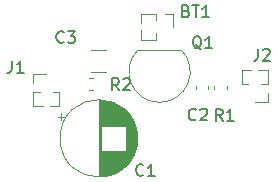
<source format=gbr>
G04 #@! TF.GenerationSoftware,KiCad,Pcbnew,(5.1.4)-1*
G04 #@! TF.CreationDate,2020-05-05T22:33:11+03:00*
G04 #@! TF.ProjectId,Single_Transitor_Amp,53696e67-6c65-45f5-9472-616e7369746f,V1.0*
G04 #@! TF.SameCoordinates,Original*
G04 #@! TF.FileFunction,Legend,Top*
G04 #@! TF.FilePolarity,Positive*
%FSLAX46Y46*%
G04 Gerber Fmt 4.6, Leading zero omitted, Abs format (unit mm)*
G04 Created by KiCad (PCBNEW (5.1.4)-1) date 2020-05-05 22:33:11*
%MOMM*%
%LPD*%
G04 APERTURE LIST*
%ADD10C,0.120000*%
%ADD11C,0.150000*%
G04 APERTURE END LIST*
D10*
X104494759Y-111796000D02*
X104494759Y-112426000D01*
X104179759Y-112111000D02*
X104809759Y-112111000D01*
X110921000Y-113548000D02*
X110921000Y-114352000D01*
X110881000Y-113317000D02*
X110881000Y-114583000D01*
X110841000Y-113148000D02*
X110841000Y-114752000D01*
X110801000Y-113010000D02*
X110801000Y-114890000D01*
X110761000Y-112891000D02*
X110761000Y-115009000D01*
X110721000Y-112785000D02*
X110721000Y-115115000D01*
X110681000Y-112688000D02*
X110681000Y-115212000D01*
X110641000Y-112600000D02*
X110641000Y-115300000D01*
X110601000Y-112518000D02*
X110601000Y-115382000D01*
X110561000Y-112441000D02*
X110561000Y-115459000D01*
X110521000Y-112369000D02*
X110521000Y-115531000D01*
X110481000Y-112300000D02*
X110481000Y-115600000D01*
X110441000Y-112236000D02*
X110441000Y-115664000D01*
X110401000Y-112174000D02*
X110401000Y-115726000D01*
X110361000Y-112116000D02*
X110361000Y-115784000D01*
X110321000Y-112060000D02*
X110321000Y-115840000D01*
X110281000Y-112006000D02*
X110281000Y-115894000D01*
X110241000Y-111955000D02*
X110241000Y-115945000D01*
X110201000Y-111906000D02*
X110201000Y-115994000D01*
X110161000Y-111858000D02*
X110161000Y-116042000D01*
X110121000Y-111813000D02*
X110121000Y-116087000D01*
X110081000Y-111768000D02*
X110081000Y-116132000D01*
X110041000Y-111726000D02*
X110041000Y-116174000D01*
X110001000Y-111685000D02*
X110001000Y-116215000D01*
X109961000Y-114990000D02*
X109961000Y-116255000D01*
X109961000Y-111645000D02*
X109961000Y-112910000D01*
X109921000Y-114990000D02*
X109921000Y-116293000D01*
X109921000Y-111607000D02*
X109921000Y-112910000D01*
X109881000Y-114990000D02*
X109881000Y-116330000D01*
X109881000Y-111570000D02*
X109881000Y-112910000D01*
X109841000Y-114990000D02*
X109841000Y-116366000D01*
X109841000Y-111534000D02*
X109841000Y-112910000D01*
X109801000Y-114990000D02*
X109801000Y-116400000D01*
X109801000Y-111500000D02*
X109801000Y-112910000D01*
X109761000Y-114990000D02*
X109761000Y-116434000D01*
X109761000Y-111466000D02*
X109761000Y-112910000D01*
X109721000Y-114990000D02*
X109721000Y-116466000D01*
X109721000Y-111434000D02*
X109721000Y-112910000D01*
X109681000Y-114990000D02*
X109681000Y-116498000D01*
X109681000Y-111402000D02*
X109681000Y-112910000D01*
X109641000Y-114990000D02*
X109641000Y-116528000D01*
X109641000Y-111372000D02*
X109641000Y-112910000D01*
X109601000Y-114990000D02*
X109601000Y-116557000D01*
X109601000Y-111343000D02*
X109601000Y-112910000D01*
X109561000Y-114990000D02*
X109561000Y-116586000D01*
X109561000Y-111314000D02*
X109561000Y-112910000D01*
X109521000Y-114990000D02*
X109521000Y-116614000D01*
X109521000Y-111286000D02*
X109521000Y-112910000D01*
X109481000Y-114990000D02*
X109481000Y-116640000D01*
X109481000Y-111260000D02*
X109481000Y-112910000D01*
X109441000Y-114990000D02*
X109441000Y-116666000D01*
X109441000Y-111234000D02*
X109441000Y-112910000D01*
X109401000Y-114990000D02*
X109401000Y-116692000D01*
X109401000Y-111208000D02*
X109401000Y-112910000D01*
X109361000Y-114990000D02*
X109361000Y-116716000D01*
X109361000Y-111184000D02*
X109361000Y-112910000D01*
X109321000Y-114990000D02*
X109321000Y-116740000D01*
X109321000Y-111160000D02*
X109321000Y-112910000D01*
X109281000Y-114990000D02*
X109281000Y-116762000D01*
X109281000Y-111138000D02*
X109281000Y-112910000D01*
X109241000Y-114990000D02*
X109241000Y-116784000D01*
X109241000Y-111116000D02*
X109241000Y-112910000D01*
X109201000Y-114990000D02*
X109201000Y-116806000D01*
X109201000Y-111094000D02*
X109201000Y-112910000D01*
X109161000Y-114990000D02*
X109161000Y-116826000D01*
X109161000Y-111074000D02*
X109161000Y-112910000D01*
X109121000Y-114990000D02*
X109121000Y-116846000D01*
X109121000Y-111054000D02*
X109121000Y-112910000D01*
X109081000Y-114990000D02*
X109081000Y-116866000D01*
X109081000Y-111034000D02*
X109081000Y-112910000D01*
X109041000Y-114990000D02*
X109041000Y-116884000D01*
X109041000Y-111016000D02*
X109041000Y-112910000D01*
X109001000Y-114990000D02*
X109001000Y-116902000D01*
X109001000Y-110998000D02*
X109001000Y-112910000D01*
X108961000Y-114990000D02*
X108961000Y-116920000D01*
X108961000Y-110980000D02*
X108961000Y-112910000D01*
X108921000Y-114990000D02*
X108921000Y-116936000D01*
X108921000Y-110964000D02*
X108921000Y-112910000D01*
X108881000Y-114990000D02*
X108881000Y-116952000D01*
X108881000Y-110948000D02*
X108881000Y-112910000D01*
X108841000Y-114990000D02*
X108841000Y-116968000D01*
X108841000Y-110932000D02*
X108841000Y-112910000D01*
X108801000Y-114990000D02*
X108801000Y-116983000D01*
X108801000Y-110917000D02*
X108801000Y-112910000D01*
X108761000Y-114990000D02*
X108761000Y-116997000D01*
X108761000Y-110903000D02*
X108761000Y-112910000D01*
X108721000Y-114990000D02*
X108721000Y-117011000D01*
X108721000Y-110889000D02*
X108721000Y-112910000D01*
X108681000Y-114990000D02*
X108681000Y-117024000D01*
X108681000Y-110876000D02*
X108681000Y-112910000D01*
X108641000Y-114990000D02*
X108641000Y-117036000D01*
X108641000Y-110864000D02*
X108641000Y-112910000D01*
X108601000Y-114990000D02*
X108601000Y-117048000D01*
X108601000Y-110852000D02*
X108601000Y-112910000D01*
X108561000Y-114990000D02*
X108561000Y-117060000D01*
X108561000Y-110840000D02*
X108561000Y-112910000D01*
X108521000Y-114990000D02*
X108521000Y-117071000D01*
X108521000Y-110829000D02*
X108521000Y-112910000D01*
X108481000Y-114990000D02*
X108481000Y-117081000D01*
X108481000Y-110819000D02*
X108481000Y-112910000D01*
X108441000Y-114990000D02*
X108441000Y-117091000D01*
X108441000Y-110809000D02*
X108441000Y-112910000D01*
X108401000Y-114990000D02*
X108401000Y-117100000D01*
X108401000Y-110800000D02*
X108401000Y-112910000D01*
X108360000Y-114990000D02*
X108360000Y-117109000D01*
X108360000Y-110791000D02*
X108360000Y-112910000D01*
X108320000Y-114990000D02*
X108320000Y-117117000D01*
X108320000Y-110783000D02*
X108320000Y-112910000D01*
X108280000Y-114990000D02*
X108280000Y-117125000D01*
X108280000Y-110775000D02*
X108280000Y-112910000D01*
X108240000Y-114990000D02*
X108240000Y-117132000D01*
X108240000Y-110768000D02*
X108240000Y-112910000D01*
X108200000Y-114990000D02*
X108200000Y-117139000D01*
X108200000Y-110761000D02*
X108200000Y-112910000D01*
X108160000Y-114990000D02*
X108160000Y-117145000D01*
X108160000Y-110755000D02*
X108160000Y-112910000D01*
X108120000Y-114990000D02*
X108120000Y-117151000D01*
X108120000Y-110749000D02*
X108120000Y-112910000D01*
X108080000Y-114990000D02*
X108080000Y-117156000D01*
X108080000Y-110744000D02*
X108080000Y-112910000D01*
X108040000Y-114990000D02*
X108040000Y-117161000D01*
X108040000Y-110739000D02*
X108040000Y-112910000D01*
X108000000Y-114990000D02*
X108000000Y-117165000D01*
X108000000Y-110735000D02*
X108000000Y-112910000D01*
X107960000Y-114990000D02*
X107960000Y-117168000D01*
X107960000Y-110732000D02*
X107960000Y-112910000D01*
X107920000Y-114990000D02*
X107920000Y-117172000D01*
X107920000Y-110728000D02*
X107920000Y-112910000D01*
X107880000Y-110726000D02*
X107880000Y-117174000D01*
X107840000Y-110723000D02*
X107840000Y-117177000D01*
X107800000Y-110722000D02*
X107800000Y-117178000D01*
X107760000Y-110720000D02*
X107760000Y-117180000D01*
X107720000Y-110720000D02*
X107720000Y-117180000D01*
X107680000Y-110720000D02*
X107680000Y-117180000D01*
X110950000Y-113950000D02*
G75*
G03X110950000Y-113950000I-3270000J0D01*
G01*
X118490000Y-109487221D02*
X118490000Y-109812779D01*
X117470000Y-109487221D02*
X117470000Y-109812779D01*
X121990000Y-108165000D02*
X121187530Y-108165000D01*
X120572470Y-108165000D02*
X119770000Y-108165000D01*
X121990000Y-109370000D02*
X121990000Y-108165000D01*
X119770000Y-109370000D02*
X119770000Y-108165000D01*
X121990000Y-109370000D02*
X121443471Y-109370000D01*
X120316529Y-109370000D02*
X119770000Y-109370000D01*
X121990000Y-110130000D02*
X121990000Y-110890000D01*
X121990000Y-110890000D02*
X120880000Y-110890000D01*
X115900000Y-109487221D02*
X115900000Y-109812779D01*
X116920000Y-109487221D02*
X116920000Y-109812779D01*
X108252064Y-106480000D02*
X107047936Y-106480000D01*
X108252064Y-108300000D02*
X107047936Y-108300000D01*
X107212779Y-108860000D02*
X106887221Y-108860000D01*
X107212779Y-109880000D02*
X106887221Y-109880000D01*
X102110000Y-108520000D02*
X103220000Y-108520000D01*
X102110000Y-109280000D02*
X102110000Y-108520000D01*
X103783471Y-110040000D02*
X104330000Y-110040000D01*
X102110000Y-110040000D02*
X102656529Y-110040000D01*
X104330000Y-110040000D02*
X104330000Y-111245000D01*
X102110000Y-110040000D02*
X102110000Y-111245000D01*
X103527530Y-111245000D02*
X104330000Y-111245000D01*
X102110000Y-111245000D02*
X102912470Y-111245000D01*
X110981522Y-106461522D02*
G75*
G03X112820000Y-110900000I1838478J-1838478D01*
G01*
X114658478Y-106461522D02*
G75*
G02X112820000Y-110900000I-1838478J-1838478D01*
G01*
X114620000Y-106450000D02*
X111020000Y-106450000D01*
X114000000Y-103390000D02*
X114000000Y-104500000D01*
X113240000Y-103390000D02*
X114000000Y-103390000D01*
X112480000Y-105063471D02*
X112480000Y-105610000D01*
X112480000Y-103390000D02*
X112480000Y-103936529D01*
X112480000Y-105610000D02*
X111275000Y-105610000D01*
X112480000Y-103390000D02*
X111275000Y-103390000D01*
X111275000Y-104807530D02*
X111275000Y-105610000D01*
X111275000Y-103390000D02*
X111275000Y-104192470D01*
D11*
X111453333Y-117047142D02*
X111405714Y-117094761D01*
X111262857Y-117142380D01*
X111167619Y-117142380D01*
X111024761Y-117094761D01*
X110929523Y-116999523D01*
X110881904Y-116904285D01*
X110834285Y-116713809D01*
X110834285Y-116570952D01*
X110881904Y-116380476D01*
X110929523Y-116285238D01*
X111024761Y-116190000D01*
X111167619Y-116142380D01*
X111262857Y-116142380D01*
X111405714Y-116190000D01*
X111453333Y-116237619D01*
X112405714Y-117142380D02*
X111834285Y-117142380D01*
X112120000Y-117142380D02*
X112120000Y-116142380D01*
X112024761Y-116285238D01*
X111929523Y-116380476D01*
X111834285Y-116428095D01*
X118153333Y-112462380D02*
X117820000Y-111986190D01*
X117581904Y-112462380D02*
X117581904Y-111462380D01*
X117962857Y-111462380D01*
X118058095Y-111510000D01*
X118105714Y-111557619D01*
X118153333Y-111652857D01*
X118153333Y-111795714D01*
X118105714Y-111890952D01*
X118058095Y-111938571D01*
X117962857Y-111986190D01*
X117581904Y-111986190D01*
X119105714Y-112462380D02*
X118534285Y-112462380D01*
X118820000Y-112462380D02*
X118820000Y-111462380D01*
X118724761Y-111605238D01*
X118629523Y-111700476D01*
X118534285Y-111748095D01*
X121156666Y-106372380D02*
X121156666Y-107086666D01*
X121109047Y-107229523D01*
X121013809Y-107324761D01*
X120870952Y-107372380D01*
X120775714Y-107372380D01*
X121585238Y-106467619D02*
X121632857Y-106420000D01*
X121728095Y-106372380D01*
X121966190Y-106372380D01*
X122061428Y-106420000D01*
X122109047Y-106467619D01*
X122156666Y-106562857D01*
X122156666Y-106658095D01*
X122109047Y-106800952D01*
X121537619Y-107372380D01*
X122156666Y-107372380D01*
X115893333Y-112337142D02*
X115845714Y-112384761D01*
X115702857Y-112432380D01*
X115607619Y-112432380D01*
X115464761Y-112384761D01*
X115369523Y-112289523D01*
X115321904Y-112194285D01*
X115274285Y-112003809D01*
X115274285Y-111860952D01*
X115321904Y-111670476D01*
X115369523Y-111575238D01*
X115464761Y-111480000D01*
X115607619Y-111432380D01*
X115702857Y-111432380D01*
X115845714Y-111480000D01*
X115893333Y-111527619D01*
X116274285Y-111527619D02*
X116321904Y-111480000D01*
X116417142Y-111432380D01*
X116655238Y-111432380D01*
X116750476Y-111480000D01*
X116798095Y-111527619D01*
X116845714Y-111622857D01*
X116845714Y-111718095D01*
X116798095Y-111860952D01*
X116226666Y-112432380D01*
X116845714Y-112432380D01*
X104713333Y-105787142D02*
X104665714Y-105834761D01*
X104522857Y-105882380D01*
X104427619Y-105882380D01*
X104284761Y-105834761D01*
X104189523Y-105739523D01*
X104141904Y-105644285D01*
X104094285Y-105453809D01*
X104094285Y-105310952D01*
X104141904Y-105120476D01*
X104189523Y-105025238D01*
X104284761Y-104930000D01*
X104427619Y-104882380D01*
X104522857Y-104882380D01*
X104665714Y-104930000D01*
X104713333Y-104977619D01*
X105046666Y-104882380D02*
X105665714Y-104882380D01*
X105332380Y-105263333D01*
X105475238Y-105263333D01*
X105570476Y-105310952D01*
X105618095Y-105358571D01*
X105665714Y-105453809D01*
X105665714Y-105691904D01*
X105618095Y-105787142D01*
X105570476Y-105834761D01*
X105475238Y-105882380D01*
X105189523Y-105882380D01*
X105094285Y-105834761D01*
X105046666Y-105787142D01*
X109383333Y-109872380D02*
X109050000Y-109396190D01*
X108811904Y-109872380D02*
X108811904Y-108872380D01*
X109192857Y-108872380D01*
X109288095Y-108920000D01*
X109335714Y-108967619D01*
X109383333Y-109062857D01*
X109383333Y-109205714D01*
X109335714Y-109300952D01*
X109288095Y-109348571D01*
X109192857Y-109396190D01*
X108811904Y-109396190D01*
X109764285Y-108967619D02*
X109811904Y-108920000D01*
X109907142Y-108872380D01*
X110145238Y-108872380D01*
X110240476Y-108920000D01*
X110288095Y-108967619D01*
X110335714Y-109062857D01*
X110335714Y-109158095D01*
X110288095Y-109300952D01*
X109716666Y-109872380D01*
X110335714Y-109872380D01*
X100326666Y-107392380D02*
X100326666Y-108106666D01*
X100279047Y-108249523D01*
X100183809Y-108344761D01*
X100040952Y-108392380D01*
X99945714Y-108392380D01*
X101326666Y-108392380D02*
X100755238Y-108392380D01*
X101040952Y-108392380D02*
X101040952Y-107392380D01*
X100945714Y-107535238D01*
X100850476Y-107630476D01*
X100755238Y-107678095D01*
X116364761Y-106407619D02*
X116269523Y-106360000D01*
X116174285Y-106264761D01*
X116031428Y-106121904D01*
X115936190Y-106074285D01*
X115840952Y-106074285D01*
X115888571Y-106312380D02*
X115793333Y-106264761D01*
X115698095Y-106169523D01*
X115650476Y-105979047D01*
X115650476Y-105645714D01*
X115698095Y-105455238D01*
X115793333Y-105360000D01*
X115888571Y-105312380D01*
X116079047Y-105312380D01*
X116174285Y-105360000D01*
X116269523Y-105455238D01*
X116317142Y-105645714D01*
X116317142Y-105979047D01*
X116269523Y-106169523D01*
X116174285Y-106264761D01*
X116079047Y-106312380D01*
X115888571Y-106312380D01*
X117269523Y-106312380D02*
X116698095Y-106312380D01*
X116983809Y-106312380D02*
X116983809Y-105312380D01*
X116888571Y-105455238D01*
X116793333Y-105550476D01*
X116698095Y-105598095D01*
X115054285Y-103178571D02*
X115197142Y-103226190D01*
X115244761Y-103273809D01*
X115292380Y-103369047D01*
X115292380Y-103511904D01*
X115244761Y-103607142D01*
X115197142Y-103654761D01*
X115101904Y-103702380D01*
X114720952Y-103702380D01*
X114720952Y-102702380D01*
X115054285Y-102702380D01*
X115149523Y-102750000D01*
X115197142Y-102797619D01*
X115244761Y-102892857D01*
X115244761Y-102988095D01*
X115197142Y-103083333D01*
X115149523Y-103130952D01*
X115054285Y-103178571D01*
X114720952Y-103178571D01*
X115578095Y-102702380D02*
X116149523Y-102702380D01*
X115863809Y-103702380D02*
X115863809Y-102702380D01*
X117006666Y-103702380D02*
X116435238Y-103702380D01*
X116720952Y-103702380D02*
X116720952Y-102702380D01*
X116625714Y-102845238D01*
X116530476Y-102940476D01*
X116435238Y-102988095D01*
M02*

</source>
